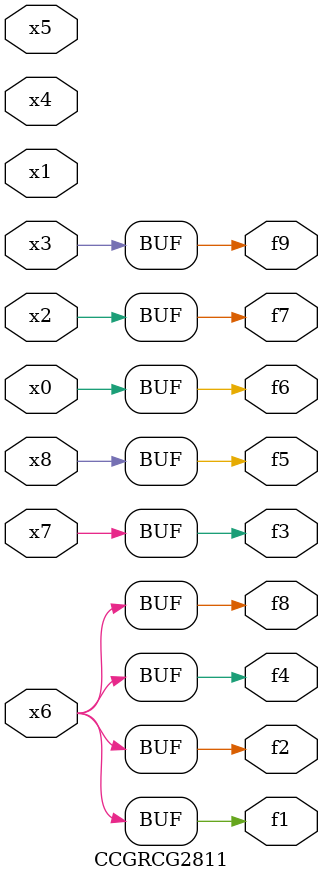
<source format=v>
module CCGRCG2811(
	input x0, x1, x2, x3, x4, x5, x6, x7, x8,
	output f1, f2, f3, f4, f5, f6, f7, f8, f9
);
	assign f1 = x6;
	assign f2 = x6;
	assign f3 = x7;
	assign f4 = x6;
	assign f5 = x8;
	assign f6 = x0;
	assign f7 = x2;
	assign f8 = x6;
	assign f9 = x3;
endmodule

</source>
